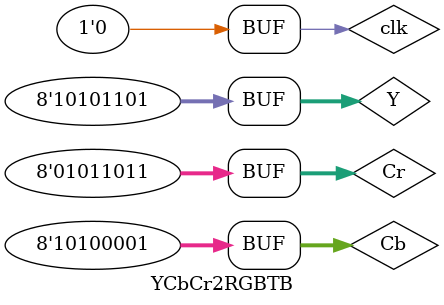
<source format=sv>
/**
* RGB 和 YCbCr 高精度互转 精度可以控制，告别 8bit 256 时代。 算法全是用 乘符号 ‘*’ ，没有用DA的方式，更方便阅读。
*/
module yCbCr2rgb #(
	parameter	DSIZE	= 8,
	parameter	MSIZE	= 12
)(
	input				clock  		,
	input [DSIZE-1:0]	inY         ,
	input [DSIZE-1:0]	inCb        ,
	input [DSIZE-1:0]	inCr        ,
	output[DSIZE-1:0]	outR        ,
	output[DSIZE-1:0]	outG        ,
	output[DSIZE-1:0]	outB
);

localparam [MSIZE+1:0]	Mp1_164		= 1.164		* 2**MSIZE	,
						Mp1_596 	= 1.596		* 2**MSIZE	,
						Mn0_392		= 0.392		* 2**MSIZE  ,
						Mn0_813		= 0.813		* 2**MSIZE  ,
						Mp2_017		= 2.017		* 2**MSIZE  ;

localparam [DSIZE-1:0]	Mn222_912	= 222.912	* 2**(DSIZE-8)	,
						Mp135_616	= 135.616	* 2**(DSIZE-8)  ;
localparam [DSIZE:0]	Mn276_800	= 276.800	* 2**(DSIZE-8) 	;

reg [DSIZE+MSIZE-1:0]	Yp1_164;
reg [DSIZE+MSIZE-1:0]	Crp1_596;
reg [DSIZE+MSIZE-1:0]	Crn0_813;
reg [DSIZE+MSIZE-1:0]	Cbn0_392;
reg [DSIZE+MSIZE-1:0]	Cbp2_017;

always@(posedge clock)begin
	Yp1_164		<= inY	* Mp1_164[MSIZE:1];
	Crp1_596	<= inCr	* Mp1_596[MSIZE:1];
	Crn0_813	<= inCr	* Mn0_813[MSIZE-1:0];
	Cbn0_392	<= inCb	* Mn0_392[MSIZE-1:0];
	Cbp2_017	<= inCb	* Mp2_017[MSIZE+1:2];
end

reg [DSIZE+1:0]	Yp1_164__Crp1_596;
reg [DSIZE:0]	Yp1_164__Mp135_616;
reg [DSIZE:0]	Cbn0_392__Crn0_813;
reg [DSIZE+1:0]	Yp1_164__Cbp2_017;

always@(posedge clock)begin
	Yp1_164__Crp1_596	<= Yp1_164[DSIZE+MSIZE-1-:(DSIZE+1)] + Crp1_596[DSIZE+MSIZE-1-:(DSIZE+1)];
	Yp1_164__Mp135_616	<= Yp1_164[DSIZE+MSIZE-1-:(DSIZE+1)] + Mp135_616;
	Cbn0_392__Crn0_813	<= Cbn0_392[DSIZE+MSIZE-1-:DSIZE]+ Crn0_813[DSIZE+MSIZE-1-:DSIZE];
	Yp1_164__Cbp2_017	<= Yp1_164[DSIZE+MSIZE-1-:(DSIZE+1)] + Cbp2_017[DSIZE+MSIZE-1-:(DSIZE+2)]; 
end

reg [DSIZE+1:0]	Yp1_164__Crp1_596__Mn222_912;
reg [DSIZE+1:0]	Yp1_164__Mp135_616___Cbn0_392__Crn0_813;
reg [DSIZE+1:0]	Yp1_164__Cbp2_017__Mn276_800;

always@(posedge clock)begin
	Yp1_164__Crp1_596__Mn222_912			<= Yp1_164__Crp1_596 	- Mn222_912;
	Yp1_164__Mp135_616___Cbn0_392__Crn0_813	<= Yp1_164__Mp135_616 	- Cbn0_392__Crn0_813;
	Yp1_164__Cbp2_017__Mn276_800			<= Yp1_164__Cbp2_017	- Mn276_800; 
end

reg [DSIZE-1:0]	R_reg,G_reg,B_reg;

always@(posedge clock)
	if(Yp1_164__Crp1_596__Mn222_912[DSIZE+1])
			R_reg	<=		{DSIZE{1'b0}};
	else if(Yp1_164__Crp1_596__Mn222_912[DSIZE])
			R_reg	<= 		{DSIZE{1'b1}};
	else	R_reg	<= 		Yp1_164__Crp1_596__Mn222_912[DSIZE-1:0];

always@(posedge clock)
	if(Yp1_164__Mp135_616___Cbn0_392__Crn0_813[DSIZE+1])
			G_reg	<=		{DSIZE{1'b0}};
	else if(Yp1_164__Mp135_616___Cbn0_392__Crn0_813[DSIZE])
			G_reg	<= 		{DSIZE{1'b1}};
	else	G_reg	<= 		Yp1_164__Mp135_616___Cbn0_392__Crn0_813[DSIZE-1:0];

always@(posedge clock)
	if(Yp1_164__Cbp2_017__Mn276_800[DSIZE+1])
			B_reg	<=		{DSIZE{1'b0}};
	else if(Yp1_164__Cbp2_017__Mn276_800[DSIZE])
			B_reg	<= 		{DSIZE{1'b1}};
	else	B_reg	<= 		Yp1_164__Cbp2_017__Mn276_800[DSIZE-1:0];


assign	 outR		=  R_reg	;
assign   outG		=  G_reg	;
assign   outB		=  B_reg	;


endmodule


`timescale 1ns / 1ps
module YCbCr2RGBTB();

	logic clk;
	logic [7:0] Y;	
	logic [7:0] Cb;	
	logic [7:0] Cr;
	logic [7:0] VGA_R;	
	logic [7:0] VGA_G;	
	logic [7:0] VGA_B;


	yCbCr2rgb uut(clk,Y,Cb,Cr,VGA_R,VGA_G,VGA_B);
	
	always begin
			clk <= 1; #5; clk <= 0; #5;
	end
	
	initial begin
	

	Y  = 8'b10101101; //173
	Cb = 8'b10100001;//161
	Cr = 8'b01011011;//91
	
	end 

endmodule

</source>
